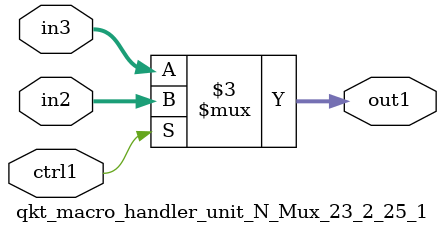
<source format=v>

`timescale 1ps / 1ps


module qkt_macro_handler_unit_N_Mux_23_2_25_1( in3, in2, ctrl1, out1 );

    input [22:0] in3;
    input [22:0] in2;
    input ctrl1;
    output [22:0] out1;
    reg [22:0] out1;

    
    // rtl_process:qkt_macro_handler_unit_N_Mux_23_2_25_1/qkt_macro_handler_unit_N_Mux_23_2_25_1_thread_1
    always @*
      begin : qkt_macro_handler_unit_N_Mux_23_2_25_1_thread_1
        case (ctrl1) 
          1'b1: 
            begin
              out1 = in2;
            end
          default: 
            begin
              out1 = in3;
            end
        endcase
      end

endmodule



</source>
